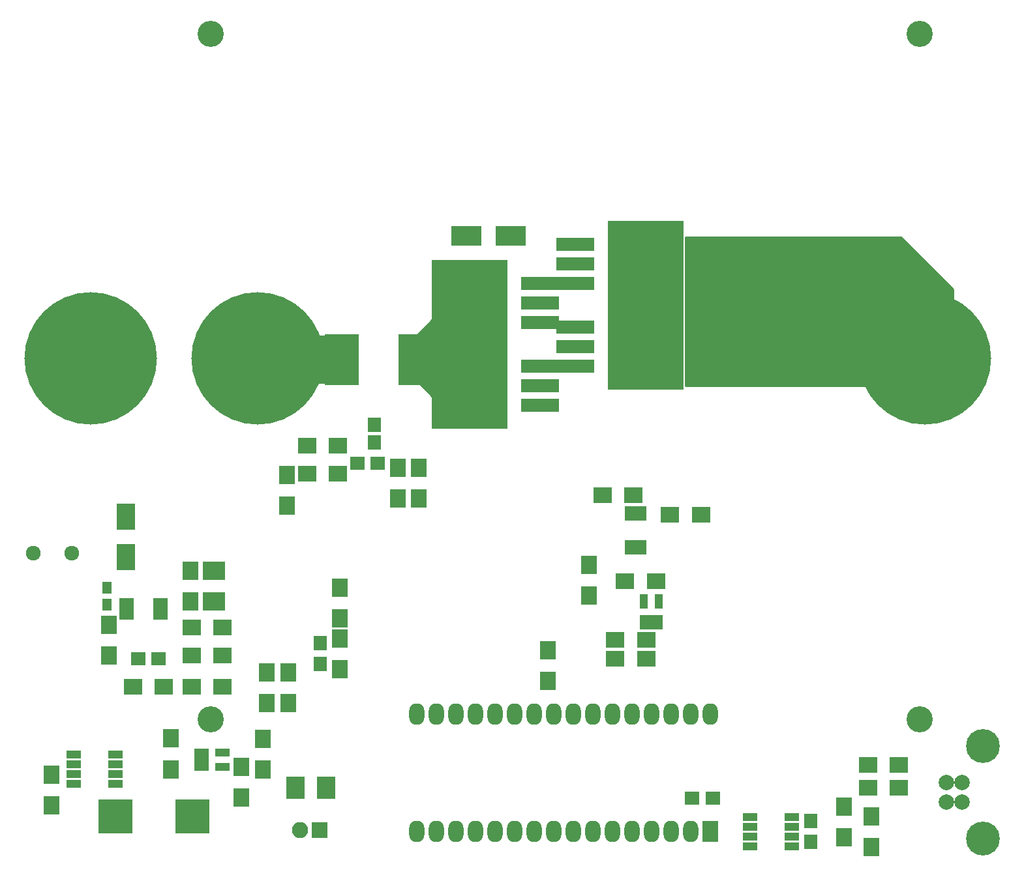
<source format=gts>
G04 #@! TF.FileFunction,Soldermask,Top*
%FSLAX46Y46*%
G04 Gerber Fmt 4.6, Leading zero omitted, Abs format (unit mm)*
G04 Created by KiCad (PCBNEW 4.0.4-stable) date 05/13/17 14:37:43*
%MOMM*%
%LPD*%
G01*
G04 APERTURE LIST*
%ADD10C,0.100000*%
%ADD11C,3.400000*%
%ADD12R,0.850000X1.850000*%
%ADD13R,1.950000X1.000000*%
%ADD14R,2.000000X2.800000*%
%ADD15O,2.000000X2.800000*%
%ADD16R,4.400000X6.600000*%
%ADD17C,2.000000*%
%ADD18C,4.400000*%
%ADD19R,1.850000X0.850000*%
%ADD20R,1.300000X1.600000*%
%ADD21R,3.900000X2.600000*%
%ADD22C,1.924000*%
%ADD23C,17.200000*%
%ADD24R,2.100000X2.400000*%
%ADD25R,2.400000X2.100000*%
%ADD26R,0.700000X1.900000*%
%ADD27R,1.960000X1.050000*%
%ADD28R,1.050000X1.960000*%
%ADD29R,2.900000X2.400000*%
%ADD30R,1.700000X1.900000*%
%ADD31R,1.900000X1.700000*%
%ADD32R,5.000000X1.790000*%
%ADD33R,9.800000X11.200000*%
%ADD34R,2.400000X2.900000*%
%ADD35R,4.400000X4.400000*%
%ADD36R,2.100000X2.100000*%
%ADD37O,2.100000X2.100000*%
%ADD38C,0.254000*%
G04 APERTURE END LIST*
D10*
D11*
X104241000Y-25159000D03*
X196241000Y-25159000D03*
X196241000Y-114159000D03*
X104241000Y-114159000D03*
D12*
X158410000Y-91862000D03*
X159060000Y-91862000D03*
X159710000Y-91862000D03*
X160360000Y-91862000D03*
X160360000Y-87462000D03*
X159710000Y-87462000D03*
X159060000Y-87462000D03*
X158410000Y-87462000D03*
D13*
X86476000Y-118806000D03*
X86476000Y-120076000D03*
X86476000Y-121346000D03*
X86476000Y-122616000D03*
X91876000Y-122616000D03*
X91876000Y-121346000D03*
X91876000Y-120076000D03*
X91876000Y-118806000D03*
D14*
X169059000Y-128772000D03*
D15*
X130959000Y-113532000D03*
X166519000Y-128772000D03*
X133499000Y-113532000D03*
X163979000Y-128772000D03*
X136039000Y-113532000D03*
X161439000Y-128772000D03*
X138579000Y-113532000D03*
X158899000Y-128772000D03*
X141119000Y-113532000D03*
X156359000Y-128772000D03*
X143659000Y-113532000D03*
X153819000Y-128772000D03*
X146199000Y-113532000D03*
X151279000Y-128772000D03*
X148739000Y-113532000D03*
X148739000Y-128772000D03*
X151279000Y-113532000D03*
X146199000Y-128772000D03*
X153819000Y-113532000D03*
X143659000Y-128772000D03*
X156359000Y-113532000D03*
X141119000Y-128772000D03*
X158899000Y-113532000D03*
X138579000Y-128772000D03*
X161439000Y-113532000D03*
X136039000Y-128772000D03*
X163979000Y-113532000D03*
X133499000Y-128772000D03*
X166519000Y-113532000D03*
X130959000Y-128772000D03*
X169059000Y-113532000D03*
D16*
X130810000Y-67437000D03*
X121210000Y-67437000D03*
D17*
X199771000Y-122448000D03*
X199771000Y-124948000D03*
X201771000Y-124948000D03*
X201771000Y-122448000D03*
D18*
X204471000Y-117698000D03*
X204471000Y-129698000D03*
D19*
X93304000Y-98847000D03*
X93304000Y-99497000D03*
X93304000Y-100147000D03*
X93304000Y-100797000D03*
X97704000Y-100797000D03*
X97704000Y-100147000D03*
X97704000Y-99497000D03*
X97704000Y-98847000D03*
D20*
X90805000Y-97071000D03*
X90805000Y-99271000D03*
D10*
G36*
X94418000Y-91383000D02*
X94418000Y-94783000D01*
X92018000Y-94783000D01*
X92018000Y-91383000D01*
X94418000Y-91383000D01*
X94418000Y-91383000D01*
G37*
G36*
X94418000Y-86183000D02*
X94418000Y-89583000D01*
X92018000Y-89583000D01*
X92018000Y-86183000D01*
X94418000Y-86183000D01*
X94418000Y-86183000D01*
G37*
D21*
X137444000Y-51365500D03*
X143144000Y-51365500D03*
D22*
X81193000Y-92583000D03*
X86193000Y-92583000D03*
D23*
X88646000Y-67310000D03*
X110363000Y-67310000D03*
X196977000Y-67310000D03*
D24*
X91059000Y-101886000D03*
X91059000Y-105886000D03*
X121031000Y-97060000D03*
X121031000Y-101060000D03*
X121031000Y-103664000D03*
X121031000Y-107664000D03*
D25*
X105759000Y-102235000D03*
X101759000Y-102235000D03*
X94139000Y-109982000D03*
X98139000Y-109982000D03*
X101759000Y-109982000D03*
X105759000Y-109982000D03*
D24*
X114173000Y-86455000D03*
X114173000Y-82455000D03*
D25*
X116745000Y-82296000D03*
X120745000Y-82296000D03*
X120745000Y-78613000D03*
X116745000Y-78613000D03*
D24*
X111506000Y-108109000D03*
X111506000Y-112109000D03*
D25*
X159099000Y-85090000D03*
X155099000Y-85090000D03*
D24*
X131250000Y-81500000D03*
X131250000Y-85500000D03*
X153311000Y-94133000D03*
X153311000Y-98133000D03*
D25*
X189538000Y-120136000D03*
X193538000Y-120136000D03*
X193538000Y-123057000D03*
X189538000Y-123057000D03*
D26*
X124980000Y-78239000D03*
X125480000Y-78239000D03*
X125980000Y-78239000D03*
X125980000Y-75939000D03*
X125480000Y-75939000D03*
X124980000Y-75939000D03*
D27*
X103066000Y-118491000D03*
X103066000Y-119441000D03*
X103066000Y-120391000D03*
X105766000Y-120391000D03*
X105766000Y-118491000D03*
D13*
X174233000Y-126867000D03*
X174233000Y-128137000D03*
X174233000Y-129407000D03*
X174233000Y-130677000D03*
X179633000Y-130677000D03*
X179633000Y-129407000D03*
X179633000Y-128137000D03*
X179633000Y-126867000D03*
D24*
X128500000Y-81500000D03*
X128500000Y-85500000D03*
D28*
X160467000Y-101553000D03*
X161417000Y-101553000D03*
X162367000Y-101553000D03*
X162367000Y-98853000D03*
X160467000Y-98853000D03*
D24*
X101600000Y-98901000D03*
X101600000Y-94901000D03*
D29*
X104648000Y-98901000D03*
X104648000Y-94901000D03*
D25*
X101759000Y-105918000D03*
X105759000Y-105918000D03*
D30*
X118491000Y-104314000D03*
X118491000Y-107014000D03*
D31*
X94789000Y-106299000D03*
X97489000Y-106299000D03*
X125937000Y-80899000D03*
X123237000Y-80899000D03*
D24*
X99082000Y-116679000D03*
X99082000Y-120679000D03*
X108226000Y-120362000D03*
X108226000Y-124362000D03*
X114300000Y-108109000D03*
X114300000Y-112109000D03*
X110998000Y-116745000D03*
X110998000Y-120745000D03*
X147977000Y-105182000D03*
X147977000Y-109182000D03*
D25*
X163862000Y-87630000D03*
X167862000Y-87630000D03*
D31*
X166693000Y-124454000D03*
X169393000Y-124454000D03*
D25*
X156750000Y-103886000D03*
X160750000Y-103886000D03*
X156750000Y-106299000D03*
X160750000Y-106299000D03*
D30*
X182140000Y-130122000D03*
X182140000Y-127422000D03*
D24*
X186458000Y-125502000D03*
X186458000Y-129502000D03*
D25*
X162020000Y-96266000D03*
X158020000Y-96266000D03*
D24*
X190014000Y-126772000D03*
X190014000Y-130772000D03*
D32*
X146969000Y-70860000D03*
D33*
X137809000Y-70860000D03*
D32*
X146969000Y-68320000D03*
X146969000Y-73400000D03*
X151525000Y-65780000D03*
D33*
X160685000Y-65780000D03*
D32*
X151525000Y-68320000D03*
X151525000Y-63240000D03*
X146969000Y-60065000D03*
D33*
X137809000Y-60065000D03*
D32*
X146969000Y-57525000D03*
X146969000Y-62605000D03*
X151525000Y-54985000D03*
D33*
X160685000Y-54985000D03*
D32*
X151525000Y-57525000D03*
X151525000Y-52445000D03*
D34*
X115243000Y-123124000D03*
X119243000Y-123124000D03*
D24*
X83588000Y-121378000D03*
X83588000Y-125378000D03*
D35*
X101876000Y-126807000D03*
X91876000Y-126807000D03*
D36*
X118386000Y-128585000D03*
D37*
X115846000Y-128585000D03*
D38*
G36*
X123085000Y-70415500D02*
X118068500Y-70415500D01*
X118068500Y-64446500D01*
X123085000Y-64446500D01*
X123085000Y-70415500D01*
X123085000Y-70415500D01*
G37*
X123085000Y-70415500D02*
X118068500Y-70415500D01*
X118068500Y-64446500D01*
X123085000Y-64446500D01*
X123085000Y-70415500D01*
G36*
X133118000Y-72331394D02*
X130705000Y-69918394D01*
X130705000Y-64562606D01*
X133118000Y-62149606D01*
X133118000Y-72331394D01*
X133118000Y-72331394D01*
G37*
X133118000Y-72331394D02*
X130705000Y-69918394D01*
X130705000Y-64562606D01*
X133118000Y-62149606D01*
X133118000Y-72331394D01*
G36*
X200555000Y-58339606D02*
X200555000Y-70860000D01*
X165884000Y-70860000D01*
X165884000Y-51556000D01*
X193771394Y-51556000D01*
X200555000Y-58339606D01*
X200555000Y-58339606D01*
G37*
X200555000Y-58339606D02*
X200555000Y-70860000D01*
X165884000Y-70860000D01*
X165884000Y-51556000D01*
X193771394Y-51556000D01*
X200555000Y-58339606D01*
M02*

</source>
